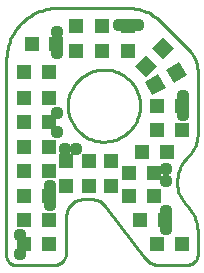
<source format=gts>
G75*
%MOIN*%
%OFA0B0*%
%FSLAX24Y24*%
%IPPOS*%
%LPD*%
%AMOC8*
5,1,8,0,0,1.08239X$1,22.5*
%
%ADD10C,0.0100*%
%ADD11R,0.0512X0.0512*%
%ADD12R,0.0512X0.0512*%
%ADD13C,0.0437*%
D10*
X002671Y002579D02*
X003996Y002579D01*
X004036Y002584D01*
X004074Y002592D01*
X004112Y002604D01*
X004148Y002619D01*
X004183Y002638D01*
X004216Y002660D01*
X004247Y002684D01*
X004276Y002712D01*
X004302Y002742D01*
X004324Y002774D01*
X004344Y002808D01*
X004361Y002844D01*
X004374Y002881D01*
X004384Y002919D01*
X004390Y002958D01*
X004393Y002998D01*
X004392Y003037D01*
X004392Y004208D01*
X004394Y004254D01*
X004400Y004300D01*
X004409Y004345D01*
X004422Y004390D01*
X004439Y004433D01*
X004459Y004474D01*
X004483Y004514D01*
X004510Y004551D01*
X004540Y004587D01*
X004572Y004619D01*
X004608Y004649D01*
X004645Y004676D01*
X004685Y004700D01*
X004726Y004720D01*
X004769Y004737D01*
X004814Y004750D01*
X004859Y004759D01*
X004905Y004765D01*
X004951Y004767D01*
X005240Y004767D01*
X005684Y004547D02*
X006987Y002844D01*
X007396Y002579D02*
X008413Y002579D01*
X008450Y002581D01*
X008487Y002587D01*
X008522Y002596D01*
X008557Y002610D01*
X008590Y002626D01*
X008621Y002647D01*
X008650Y002670D01*
X008676Y002696D01*
X008699Y002725D01*
X008720Y002756D01*
X008736Y002789D01*
X008750Y002824D01*
X008759Y002859D01*
X008765Y002896D01*
X008767Y002933D01*
X008767Y003609D01*
X008390Y004581D02*
X008385Y004586D01*
X008386Y004586D02*
X008343Y004632D01*
X008302Y004680D01*
X008265Y004731D01*
X008231Y004784D01*
X008200Y004839D01*
X008172Y004896D01*
X008148Y004954D01*
X008127Y005013D01*
X008110Y005074D01*
X008097Y005136D01*
X008088Y005198D01*
X008082Y005261D01*
X008080Y005324D01*
X008454Y006204D02*
X008454Y006204D01*
X008767Y006959D02*
X008767Y009017D01*
X008457Y009764D02*
X007522Y010699D01*
X006453Y011142D02*
X004130Y011142D01*
X004129Y011142D02*
X004048Y011141D01*
X003967Y011137D01*
X003886Y011129D01*
X003806Y011117D01*
X003726Y011101D01*
X003647Y011081D01*
X003569Y011058D01*
X003493Y011031D01*
X003417Y011000D01*
X003344Y010966D01*
X003272Y010929D01*
X003202Y010888D01*
X003133Y010843D01*
X003068Y010796D01*
X003004Y010745D01*
X002943Y010692D01*
X002884Y010635D01*
X002829Y010576D01*
X002776Y010515D01*
X002726Y010450D01*
X002679Y010384D01*
X002636Y010315D01*
X002595Y010245D01*
X002559Y010172D01*
X002525Y010098D01*
X002495Y010023D01*
X002469Y009946D01*
X002447Y009868D01*
X002428Y009789D01*
X002413Y009709D01*
X002402Y009628D01*
X002395Y009547D01*
X002391Y009466D01*
X002392Y009466D02*
X002392Y002921D01*
X002390Y002889D01*
X002392Y002856D01*
X002397Y002824D01*
X002406Y002792D01*
X002418Y002762D01*
X002433Y002733D01*
X002450Y002705D01*
X002471Y002680D01*
X002494Y002657D01*
X002520Y002637D01*
X002547Y002619D01*
X002576Y002604D01*
X002607Y002593D01*
X002639Y002585D01*
X002671Y002580D01*
X005240Y004767D02*
X005287Y004765D01*
X005333Y004759D01*
X005378Y004750D01*
X005423Y004736D01*
X005467Y004719D01*
X005508Y004698D01*
X005548Y004674D01*
X005586Y004647D01*
X005621Y004617D01*
X005654Y004583D01*
X005684Y004548D01*
X008390Y004581D02*
X008438Y004529D01*
X008483Y004473D01*
X008525Y004416D01*
X008564Y004356D01*
X008600Y004294D01*
X008632Y004231D01*
X008662Y004166D01*
X008687Y004099D01*
X008710Y004031D01*
X008728Y003962D01*
X008743Y003893D01*
X008755Y003822D01*
X008762Y003751D01*
X008766Y003680D01*
X008767Y003609D01*
X007397Y002580D02*
X007351Y002587D01*
X007307Y002598D01*
X007263Y002612D01*
X007221Y002631D01*
X007181Y002652D01*
X007142Y002677D01*
X007106Y002705D01*
X007072Y002736D01*
X007041Y002770D01*
X007013Y002806D01*
X006988Y002844D01*
X008079Y005324D02*
X008081Y005389D01*
X008087Y005455D01*
X008096Y005519D01*
X008109Y005584D01*
X008125Y005647D01*
X008144Y005710D01*
X008167Y005771D01*
X008192Y005831D01*
X008221Y005890D01*
X008253Y005947D01*
X008288Y006003D01*
X008325Y006056D01*
X008366Y006108D01*
X008409Y006157D01*
X008454Y006204D01*
X008455Y006204D02*
X008499Y006251D01*
X008540Y006301D01*
X008578Y006353D01*
X008613Y006407D01*
X008645Y006463D01*
X008673Y006521D01*
X008698Y006581D01*
X008719Y006642D01*
X008736Y006704D01*
X008750Y006767D01*
X008759Y006830D01*
X008765Y006895D01*
X008767Y006959D01*
X008455Y006204D02*
X008454Y006203D01*
X008766Y009017D02*
X008764Y009081D01*
X008758Y009144D01*
X008749Y009207D01*
X008735Y009270D01*
X008718Y009331D01*
X008697Y009391D01*
X008673Y009450D01*
X008645Y009508D01*
X008614Y009563D01*
X008579Y009617D01*
X008541Y009668D01*
X008500Y009717D01*
X008457Y009764D01*
X007522Y010699D02*
X007468Y010750D01*
X007412Y010799D01*
X007354Y010844D01*
X007293Y010887D01*
X007230Y010927D01*
X007166Y010963D01*
X007099Y010997D01*
X007032Y011027D01*
X006962Y011054D01*
X006892Y011077D01*
X006820Y011097D01*
X006748Y011113D01*
X006675Y011126D01*
X006601Y011135D01*
X006527Y011140D01*
X006453Y011142D01*
X004442Y007892D02*
X004444Y007961D01*
X004450Y008030D01*
X004460Y008098D01*
X004474Y008166D01*
X004491Y008233D01*
X004513Y008299D01*
X004538Y008363D01*
X004567Y008426D01*
X004600Y008487D01*
X004636Y008546D01*
X004675Y008603D01*
X004718Y008657D01*
X004763Y008709D01*
X004812Y008759D01*
X004863Y008805D01*
X004917Y008848D01*
X004974Y008889D01*
X005032Y008925D01*
X005093Y008959D01*
X005155Y008989D01*
X005219Y009015D01*
X005284Y009037D01*
X005351Y009056D01*
X005419Y009071D01*
X005487Y009082D01*
X005556Y009089D01*
X005625Y009092D01*
X005694Y009091D01*
X005763Y009086D01*
X005831Y009077D01*
X005899Y009064D01*
X005966Y009047D01*
X006033Y009027D01*
X006097Y009002D01*
X006160Y008974D01*
X006222Y008943D01*
X006281Y008907D01*
X006339Y008869D01*
X006394Y008827D01*
X006447Y008782D01*
X006497Y008734D01*
X006544Y008684D01*
X006588Y008630D01*
X006629Y008575D01*
X006667Y008517D01*
X006701Y008457D01*
X006732Y008395D01*
X006759Y008331D01*
X006782Y008266D01*
X006802Y008200D01*
X006818Y008132D01*
X006830Y008064D01*
X006838Y007996D01*
X006842Y007927D01*
X006842Y007857D01*
X006838Y007788D01*
X006830Y007720D01*
X006818Y007652D01*
X006802Y007584D01*
X006782Y007518D01*
X006759Y007453D01*
X006732Y007389D01*
X006701Y007327D01*
X006667Y007267D01*
X006629Y007209D01*
X006588Y007154D01*
X006544Y007100D01*
X006497Y007050D01*
X006447Y007002D01*
X006394Y006957D01*
X006339Y006915D01*
X006281Y006877D01*
X006222Y006841D01*
X006160Y006810D01*
X006097Y006782D01*
X006033Y006757D01*
X005966Y006737D01*
X005899Y006720D01*
X005831Y006707D01*
X005763Y006698D01*
X005694Y006693D01*
X005625Y006692D01*
X005556Y006695D01*
X005487Y006702D01*
X005419Y006713D01*
X005351Y006728D01*
X005284Y006747D01*
X005219Y006769D01*
X005155Y006795D01*
X005093Y006825D01*
X005032Y006859D01*
X004974Y006895D01*
X004917Y006936D01*
X004863Y006979D01*
X004812Y007025D01*
X004763Y007075D01*
X004718Y007127D01*
X004675Y007181D01*
X004636Y007238D01*
X004600Y007297D01*
X004567Y007358D01*
X004538Y007421D01*
X004513Y007485D01*
X004491Y007551D01*
X004474Y007618D01*
X004460Y007686D01*
X004450Y007754D01*
X004444Y007823D01*
X004442Y007892D01*
D11*
X003805Y008142D03*
X003805Y007329D03*
X003805Y006517D03*
X004392Y006055D03*
X003805Y005704D03*
X004392Y005228D03*
X003805Y004892D03*
X003805Y004079D03*
X003805Y003267D03*
X002978Y003267D03*
X002978Y004079D03*
X002978Y004892D03*
X002978Y005704D03*
X002978Y006517D03*
X002978Y007329D03*
X002978Y008142D03*
X002978Y009017D03*
X003805Y009017D03*
X004055Y009954D03*
X004704Y009728D03*
X004704Y010555D03*
X005579Y010555D03*
X005579Y009728D03*
X006454Y009728D03*
X006454Y010555D03*
X007416Y007892D03*
X007416Y007079D03*
X007743Y006329D03*
X007305Y005642D03*
X007305Y004892D03*
X006478Y004892D03*
X005892Y005228D03*
X006478Y005642D03*
X005892Y006055D03*
X005142Y006055D03*
X005142Y005228D03*
X006853Y004079D03*
X007680Y004079D03*
X007416Y003267D03*
X008243Y003267D03*
X006916Y006329D03*
X008243Y007079D03*
X008243Y007892D03*
X003228Y009954D03*
D12*
G36*
X007037Y008852D02*
X006675Y009214D01*
X007037Y009576D01*
X007399Y009214D01*
X007037Y008852D01*
G37*
G36*
X007258Y008238D02*
X007002Y008680D01*
X007444Y008936D01*
X007700Y008494D01*
X007258Y008238D01*
G37*
G36*
X007974Y008651D02*
X007718Y009093D01*
X008160Y009349D01*
X008416Y008907D01*
X007974Y008651D01*
G37*
G36*
X007621Y009436D02*
X007259Y009798D01*
X007621Y010160D01*
X007983Y009798D01*
X007621Y009436D01*
G37*
D13*
X008267Y008204D03*
X008267Y007579D03*
X007704Y005767D03*
X007704Y005392D03*
X007704Y004392D03*
X007704Y003767D03*
X004704Y006454D03*
X004329Y006454D03*
X004079Y007017D03*
X004079Y007642D03*
X004079Y009642D03*
X004079Y010329D03*
X006142Y010579D03*
X006767Y010579D03*
X003829Y005204D03*
X003829Y004579D03*
X002829Y003579D03*
X002829Y002954D03*
M02*

</source>
